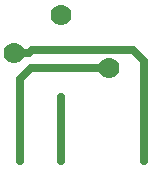
<source format=gtl>
G04 #@! TF.FileFunction,Copper,L1,Top,Signal*
%FSLAX46Y46*%
G04 Gerber Fmt 4.6, Leading zero omitted, Abs format (unit mm)*
G04 Created by KiCad (PCBNEW 4.0.7-e2-6376~58~ubuntu16.04.1) date Sat Apr 28 09:03:37 2018*
%MOMM*%
%LPD*%
G01*
G04 APERTURE LIST*
%ADD10C,0.100000*%
%ADD11C,1.778000*%
%ADD12C,0.609600*%
%ADD13C,0.635000*%
G04 APERTURE END LIST*
D10*
D11*
X139700000Y-114300000D03*
X135700000Y-117550000D03*
X143700000Y-118800000D03*
D12*
X139700000Y-121300000D03*
X146700000Y-121300000D03*
X136200000Y-121300000D03*
D13*
X139700000Y-121300000D02*
X139700000Y-126700000D01*
X135700000Y-117550000D02*
X136957235Y-117550000D01*
X136957235Y-117550000D02*
X137207235Y-117300000D01*
X146700000Y-118200000D02*
X146700000Y-119751234D01*
X137207235Y-117300000D02*
X145800000Y-117300000D01*
X145800000Y-117300000D02*
X146700000Y-118200000D01*
X146700000Y-119751234D02*
X146700000Y-121300000D01*
X146700000Y-126700000D02*
X146700000Y-121300000D01*
X136200000Y-121300000D02*
X136200000Y-126700000D01*
X136200000Y-119700000D02*
X136200000Y-121300000D01*
X137100000Y-118800000D02*
X136200000Y-119700000D01*
X142442765Y-118800000D02*
X137100000Y-118800000D01*
X143700000Y-118800000D02*
X142442765Y-118800000D01*
M02*

</source>
